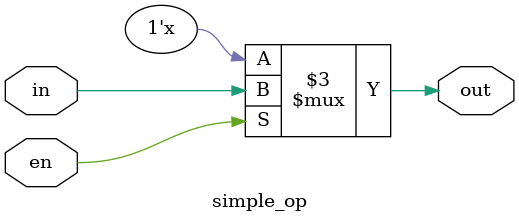
<source format=v>
module simple_op(in,en,out);
    
    input in;
    input en;
    output reg out;
always @(*) begin

    if(en)
        out = in; 
end
endmodule 
</source>
